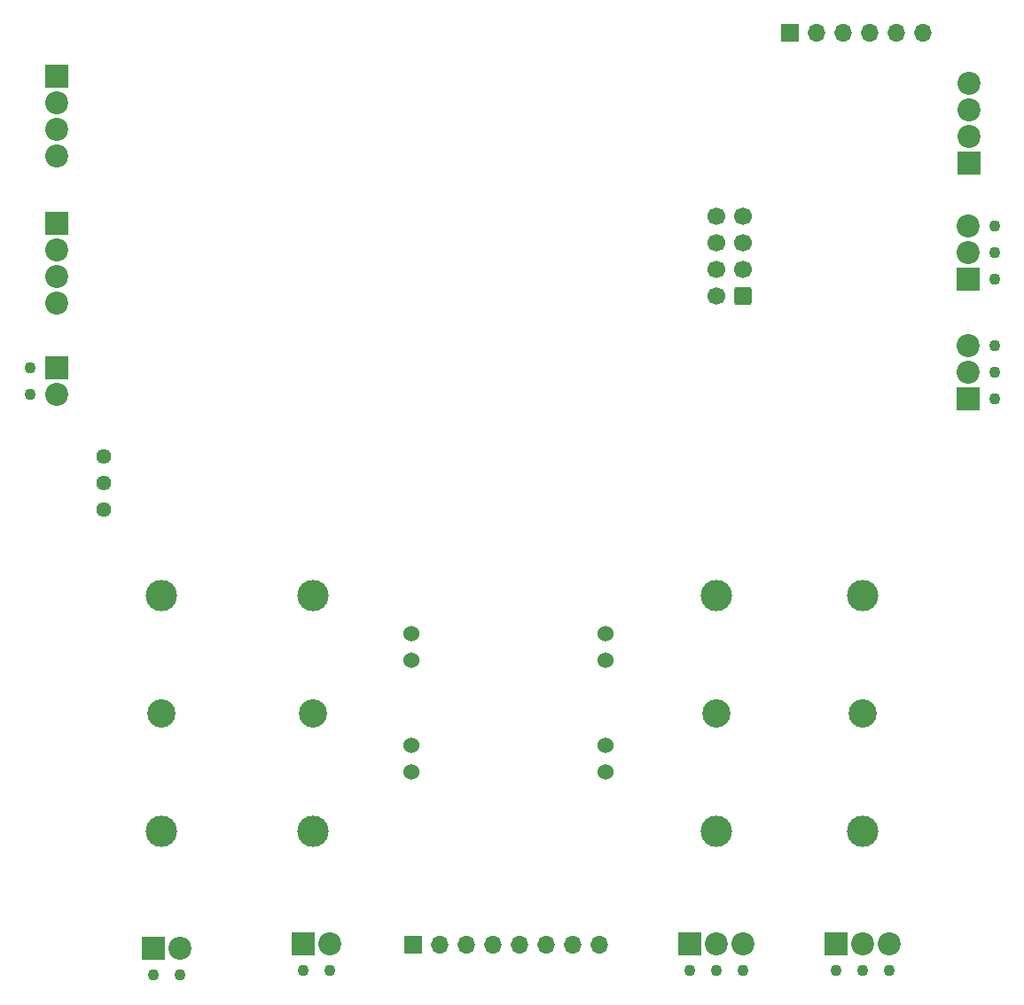
<source format=gbs>
G04 #@! TF.GenerationSoftware,KiCad,Pcbnew,6.0.6-3a73a75311~116~ubuntu22.04.1*
G04 #@! TF.CreationDate,2022-06-30T16:49:10+01:00*
G04 #@! TF.ProjectId,rLab_Door,724c6162-5f44-46f6-9f72-2e6b69636164,rev?*
G04 #@! TF.SameCoordinates,Original*
G04 #@! TF.FileFunction,Soldermask,Bot*
G04 #@! TF.FilePolarity,Negative*
%FSLAX46Y46*%
G04 Gerber Fmt 4.6, Leading zero omitted, Abs format (unit mm)*
G04 Created by KiCad (PCBNEW 6.0.6-3a73a75311~116~ubuntu22.04.1) date 2022-06-30 16:49:10*
%MOMM*%
%LPD*%
G01*
G04 APERTURE LIST*
G04 Aperture macros list*
%AMRoundRect*
0 Rectangle with rounded corners*
0 $1 Rounding radius*
0 $2 $3 $4 $5 $6 $7 $8 $9 X,Y pos of 4 corners*
0 Add a 4 corners polygon primitive as box body*
4,1,4,$2,$3,$4,$5,$6,$7,$8,$9,$2,$3,0*
0 Add four circle primitives for the rounded corners*
1,1,$1+$1,$2,$3*
1,1,$1+$1,$4,$5*
1,1,$1+$1,$6,$7*
1,1,$1+$1,$8,$9*
0 Add four rect primitives between the rounded corners*
20,1,$1+$1,$2,$3,$4,$5,0*
20,1,$1+$1,$4,$5,$6,$7,0*
20,1,$1+$1,$6,$7,$8,$9,0*
20,1,$1+$1,$8,$9,$2,$3,0*%
G04 Aperture macros list end*
%ADD10R,1.700000X1.700000*%
%ADD11O,1.700000X1.700000*%
%ADD12C,1.100000*%
%ADD13R,2.200000X2.200000*%
%ADD14C,2.200000*%
%ADD15C,2.700000*%
%ADD16C,3.000000*%
%ADD17C,1.524000*%
%ADD18C,1.440000*%
%ADD19RoundRect,0.250000X0.600000X0.600000X-0.600000X0.600000X-0.600000X-0.600000X0.600000X-0.600000X0*%
%ADD20C,1.700000*%
G04 APERTURE END LIST*
D10*
G04 #@! TO.C,J11*
X171000000Y-53000000D03*
D11*
X173540000Y-53000000D03*
X176080000Y-53000000D03*
X178620000Y-53000000D03*
X181160000Y-53000000D03*
X183700000Y-53000000D03*
G04 #@! TD*
D12*
G04 #@! TO.C,J10*
X127040000Y-142540000D03*
X124500000Y-142540000D03*
D13*
X124500000Y-140000000D03*
D14*
X127040000Y-140000000D03*
G04 #@! TD*
D12*
G04 #@! TO.C,J8*
X98460000Y-87540000D03*
X98460000Y-85000000D03*
D13*
X101000000Y-85000000D03*
D14*
X101000000Y-87540000D03*
G04 #@! TD*
D13*
G04 #@! TO.C,J5*
X101000000Y-71185000D03*
D14*
X101000000Y-73725000D03*
X101000000Y-76265000D03*
X101000000Y-78805000D03*
G04 #@! TD*
D12*
G04 #@! TO.C,J1*
X161460000Y-142540000D03*
X164000000Y-142540000D03*
X166540000Y-142540000D03*
D13*
X161460000Y-140000000D03*
D14*
X164000000Y-140000000D03*
X166540000Y-140000000D03*
G04 #@! TD*
D15*
G04 #@! TO.C,F2*
X125500000Y-118000000D03*
D16*
X125500000Y-106750000D03*
X125500000Y-129250000D03*
G04 #@! TD*
D15*
G04 #@! TO.C,F4*
X178000000Y-118000000D03*
D16*
X178000000Y-129250000D03*
X178000000Y-106750000D03*
G04 #@! TD*
D13*
G04 #@! TO.C,J7*
X188107476Y-65427740D03*
D14*
X188107476Y-62887740D03*
X188107476Y-60347740D03*
X188107476Y-57807740D03*
G04 #@! TD*
D12*
G04 #@! TO.C,J2*
X180540000Y-142540000D03*
X178000000Y-142540000D03*
X175460000Y-142540000D03*
D13*
X175460000Y-140000000D03*
D14*
X178000000Y-140000000D03*
X180540000Y-140000000D03*
G04 #@! TD*
D17*
G04 #@! TO.C,U1*
X134856000Y-112936000D03*
X134856000Y-110396000D03*
X134856000Y-121064000D03*
X134856000Y-123604000D03*
X153398000Y-112936000D03*
X153398000Y-110396000D03*
X153398000Y-123604000D03*
X153398000Y-121064000D03*
G04 #@! TD*
D12*
G04 #@! TO.C,J4*
X190540000Y-82920000D03*
X190540000Y-85460000D03*
X190540000Y-88000000D03*
D13*
X188000000Y-88000000D03*
D14*
X188000000Y-85460000D03*
X188000000Y-82920000D03*
G04 #@! TD*
D15*
G04 #@! TO.C,F1*
X111000000Y-118000000D03*
D16*
X111000000Y-106750000D03*
X111000000Y-129250000D03*
G04 #@! TD*
D13*
G04 #@! TO.C,J6*
X101000000Y-57185000D03*
D14*
X101000000Y-59725000D03*
X101000000Y-62265000D03*
X101000000Y-64805000D03*
G04 #@! TD*
D12*
G04 #@! TO.C,J9*
X112770000Y-143040000D03*
X110230000Y-143040000D03*
D13*
X110230000Y-140500000D03*
D14*
X112770000Y-140500000D03*
G04 #@! TD*
D18*
G04 #@! TO.C,RV1*
X105500000Y-98550000D03*
X105500000Y-96010000D03*
X105500000Y-93470000D03*
G04 #@! TD*
D12*
G04 #@! TO.C,J3*
X190540000Y-76540000D03*
X190540000Y-74000000D03*
X190540000Y-71460000D03*
D13*
X188000000Y-76540000D03*
D14*
X188000000Y-74000000D03*
X188000000Y-71460000D03*
G04 #@! TD*
D10*
G04 #@! TO.C,J13*
X135031669Y-140137882D03*
D11*
X137571669Y-140137882D03*
X140111669Y-140137882D03*
X142651669Y-140137882D03*
X145191669Y-140137882D03*
X147731669Y-140137882D03*
X150271669Y-140137882D03*
X152811669Y-140137882D03*
G04 #@! TD*
D15*
G04 #@! TO.C,F3*
X164000000Y-118000000D03*
D16*
X164000000Y-129250000D03*
X164000000Y-106750000D03*
G04 #@! TD*
D19*
G04 #@! TO.C,J12*
X166540000Y-78120000D03*
D20*
X164000000Y-78120000D03*
X166540000Y-75580000D03*
X164000000Y-75580000D03*
X166540000Y-73040000D03*
X164000000Y-73040000D03*
X166540000Y-70500000D03*
X164000000Y-70500000D03*
G04 #@! TD*
M02*

</source>
